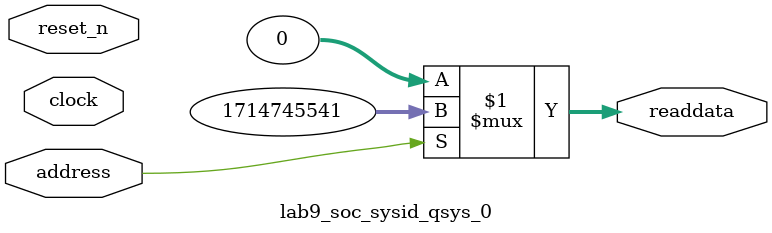
<source format=v>



// synthesis translate_off
`timescale 1ns / 1ps
// synthesis translate_on

// turn off superfluous verilog processor warnings 
// altera message_level Level1 
// altera message_off 10034 10035 10036 10037 10230 10240 10030 

module lab9_soc_sysid_qsys_0 (
               // inputs:
                address,
                clock,
                reset_n,

               // outputs:
                readdata
             )
;

  output  [ 31: 0] readdata;
  input            address;
  input            clock;
  input            reset_n;

  wire    [ 31: 0] readdata;
  //control_slave, which is an e_avalon_slave
  assign readdata = address ? 1714745541 : 0;

endmodule



</source>
